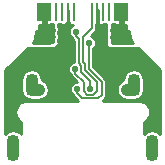
<source format=gbl>
G04 #@! TF.FileFunction,Copper,L2,Bot,Signal*
%FSLAX45Y45*%
G04 Gerber Fmt 4.5, Leading zero omitted, Abs format (unit mm)*
G04 Created by KiCad (PCBNEW (2015-06-14 BZR 5747, Git dc9ebf3)-product) date 7/9/2015 01:47:13*
%MOMM*%
G01*
G04 APERTURE LIST*
%ADD10C,0.254000*%
%ADD11R,0.250000X1.500000*%
%ADD12R,1.250000X1.500000*%
%ADD13O,1.100000X1.900000*%
%ADD14O,1.100000X2.250000*%
%ADD15O,1.550000X1.100000*%
%ADD16C,0.558800*%
%ADD17C,0.152400*%
%ADD18C,0.203200*%
G04 APERTURE END LIST*
D10*
D11*
X7845000Y-8078000D03*
X7795000Y-8078000D03*
X7745000Y-8078000D03*
X7695000Y-8078000D03*
X7545000Y-8078000D03*
X7495000Y-8078000D03*
X7445000Y-8078000D03*
X7395000Y-8078000D03*
D12*
X7945000Y-8078000D03*
X7295000Y-8078000D03*
D13*
X7188000Y-8693000D03*
D14*
X8207500Y-9225500D03*
X7032500Y-9225500D03*
D13*
X8052000Y-8693000D03*
D15*
X7220500Y-8733000D03*
X8019500Y-8733000D03*
D16*
X7670000Y-8338000D03*
X7574094Y-8725986D03*
X7358880Y-8318000D03*
X7300000Y-8198000D03*
X7300000Y-8258000D03*
X7240000Y-8258000D03*
X7240000Y-8318000D03*
X7300000Y-8318000D03*
X7358880Y-8258000D03*
X7358880Y-8198000D03*
X8000000Y-8318000D03*
X8000000Y-8258000D03*
X7940000Y-8198000D03*
X7940000Y-8258000D03*
X7940000Y-8318000D03*
X7881120Y-8318000D03*
X7881120Y-8258000D03*
X7881120Y-8198000D03*
X7810000Y-8318000D03*
X7722442Y-8508680D03*
X7505964Y-8509527D03*
X7750000Y-8317774D03*
X7430000Y-8198000D03*
X7430000Y-8258000D03*
X7430000Y-8318000D03*
X7490000Y-8318000D03*
X7490000Y-8258000D03*
X7490000Y-8198000D03*
X7750000Y-8258000D03*
X7810000Y-8258000D03*
X7810000Y-8198000D03*
X7750000Y-8198000D03*
X7467600Y-8554820D03*
X7404100Y-8554820D03*
X7435850Y-8509000D03*
X7753350Y-8554820D03*
X7816850Y-8554820D03*
X7848600Y-8509000D03*
X7785100Y-8509000D03*
X7492176Y-8723724D03*
X7558236Y-8558000D03*
X7567299Y-8241698D03*
X7683300Y-8724565D03*
D17*
X7670000Y-8558000D02*
X7670000Y-8338000D01*
X7780000Y-8668000D02*
X7670000Y-8558000D01*
X7780000Y-8778000D02*
X7780000Y-8668000D01*
X7750000Y-8808000D02*
X7780000Y-8778000D01*
X7616595Y-8808000D02*
X7750000Y-8808000D01*
X7574094Y-8725986D02*
X7574094Y-8765499D01*
X7574094Y-8765499D02*
X7616595Y-8808000D01*
D18*
X7300000Y-8258000D02*
X7300000Y-8198000D01*
X7240000Y-8318000D02*
X7240000Y-8258000D01*
X7358880Y-8318000D02*
X7300000Y-8318000D01*
X7358880Y-8198000D02*
X7358880Y-8258000D01*
X8000000Y-8258000D02*
X8000000Y-8318000D01*
X7940000Y-8258000D02*
X7940000Y-8198000D01*
X7881120Y-8318000D02*
X7940000Y-8318000D01*
X7881120Y-8198000D02*
X7881120Y-8258000D01*
X7784780Y-8508680D02*
X7785100Y-8509000D01*
X7722442Y-8508680D02*
X7784780Y-8508680D01*
X7810000Y-8314658D02*
X7750000Y-8314658D01*
X7430000Y-8258000D02*
X7430000Y-8198000D01*
X7490000Y-8318000D02*
X7430000Y-8318000D01*
X7490000Y-8198000D02*
X7490000Y-8258000D01*
X7810000Y-8258000D02*
X7750000Y-8258000D01*
X7750000Y-8198000D02*
X7810000Y-8198000D01*
X7497237Y-8508680D02*
X7436170Y-8508680D01*
X7436170Y-8508680D02*
X7435850Y-8509000D01*
X7848600Y-8509000D02*
X7848600Y-8523070D01*
X7848600Y-8523070D02*
X7816850Y-8554820D01*
D17*
X7558236Y-8597513D02*
X7558236Y-8558000D01*
X7632500Y-8671777D02*
X7558236Y-8597513D01*
X7618639Y-8496639D02*
X7639519Y-8517519D01*
X7707684Y-8775365D02*
X7658916Y-8775365D01*
X7740000Y-8743049D02*
X7707684Y-8775365D01*
X7639519Y-8517519D02*
X7639519Y-8570626D01*
X7639519Y-8570626D02*
X7740000Y-8671107D01*
X7618639Y-8289444D02*
X7618639Y-8496639D01*
X7740000Y-8671107D02*
X7740000Y-8743049D01*
X7695000Y-8213084D02*
X7618639Y-8289444D01*
X7632500Y-8748949D02*
X7632500Y-8671777D01*
X7695000Y-8078000D02*
X7695000Y-8213084D01*
X7658916Y-8775365D02*
X7632500Y-8748949D01*
X7567299Y-8241698D02*
X7567299Y-8281211D01*
X7609038Y-8530145D02*
X7588158Y-8509265D01*
X7567299Y-8281211D02*
X7588158Y-8302070D01*
X7588158Y-8302070D02*
X7588158Y-8509265D01*
X7609038Y-8583251D02*
X7609038Y-8530145D01*
X7683300Y-8657513D02*
X7609038Y-8583251D01*
X7683300Y-8724565D02*
X7683300Y-8657513D01*
D10*
G36*
X7498833Y-8153000D02*
X7498833Y-8153000D01*
X7501250Y-8165457D01*
X7501250Y-8177765D01*
X7509505Y-8186020D01*
X7514068Y-8186020D01*
X7519242Y-8183877D01*
X7519519Y-8184064D01*
X7532500Y-8186667D01*
X7540851Y-8186667D01*
X7532813Y-8189988D01*
X7515650Y-8207121D01*
X7506350Y-8229519D01*
X7506329Y-8253770D01*
X7515590Y-8276184D01*
X7528165Y-8288781D01*
X7529753Y-8296763D01*
X7535876Y-8305927D01*
X7538563Y-8309948D01*
X7547518Y-8318903D01*
X7547518Y-8497031D01*
X7546163Y-8497029D01*
X7523750Y-8506291D01*
X7506587Y-8523424D01*
X7497287Y-8545821D01*
X7497265Y-8570073D01*
X7506526Y-8592486D01*
X7519102Y-8605083D01*
X7520689Y-8613065D01*
X7529499Y-8626250D01*
X7568270Y-8665021D01*
X7562021Y-8665015D01*
X7539608Y-8674276D01*
X7522444Y-8691410D01*
X7513144Y-8713807D01*
X7513123Y-8738058D01*
X7522384Y-8760472D01*
X7534960Y-8773069D01*
X7536547Y-8781051D01*
X7540185Y-8786496D01*
X7545357Y-8794236D01*
X7578401Y-8827280D01*
X7145000Y-8827280D01*
X7140583Y-8828159D01*
X7136081Y-8828159D01*
X7116946Y-8831965D01*
X7116946Y-8831965D01*
X7109653Y-8834985D01*
X7100465Y-8838791D01*
X7100465Y-8838791D01*
X7100465Y-8838791D01*
X7084244Y-8849630D01*
X7077937Y-8855937D01*
X7071630Y-8862244D01*
X7060791Y-8878465D01*
X7060791Y-8878465D01*
X7060791Y-8878465D01*
X7053964Y-8894946D01*
X7053964Y-8894946D01*
X7050158Y-8914080D01*
X7050158Y-8931920D01*
X7053964Y-8951054D01*
X7053964Y-8951054D01*
X7057784Y-8960275D01*
X7060791Y-8967535D01*
X7060791Y-8967535D01*
X7071630Y-8983756D01*
X7077937Y-8990063D01*
X7084244Y-8996370D01*
X7099280Y-9006417D01*
X7099280Y-9109705D01*
X7094739Y-9102910D01*
X7066184Y-9083829D01*
X7032500Y-9077129D01*
X6998816Y-9083829D01*
X6970260Y-9102910D01*
X6965720Y-9109705D01*
X6965720Y-8566938D01*
X6970186Y-8562472D01*
X7188000Y-8562472D01*
X7154316Y-8569172D01*
X7125760Y-8588252D01*
X7106680Y-8616808D01*
X7099980Y-8650492D01*
X7099980Y-8735508D01*
X7106680Y-8769192D01*
X7125760Y-8797748D01*
X7154316Y-8816828D01*
X7188000Y-8823528D01*
X7200609Y-8821020D01*
X7245165Y-8821020D01*
X7278849Y-8814320D01*
X7307405Y-8795240D01*
X7326485Y-8766684D01*
X7333185Y-8733000D01*
X7326485Y-8699316D01*
X7307405Y-8670761D01*
X7278849Y-8651680D01*
X7276020Y-8651117D01*
X7276020Y-8650492D01*
X7269320Y-8616808D01*
X7250239Y-8588252D01*
X7221684Y-8569172D01*
X7188000Y-8562472D01*
X6970186Y-8562472D01*
X7155438Y-8377220D01*
X7157364Y-8378506D01*
X7170000Y-8381020D01*
X7340000Y-8381020D01*
X7350393Y-8378953D01*
X7370952Y-8378971D01*
X7393366Y-8369709D01*
X7410529Y-8352576D01*
X7419829Y-8330179D01*
X7419845Y-8311626D01*
X7420506Y-8310636D01*
X7423020Y-8298000D01*
X7423020Y-8298000D01*
X7423020Y-8297999D01*
X7423020Y-8184766D01*
X7432500Y-8186667D01*
X7457500Y-8186667D01*
X7470090Y-8184224D01*
X7470673Y-8183842D01*
X7475932Y-8186020D01*
X7480495Y-8186020D01*
X7488750Y-8177765D01*
X7488750Y-8165052D01*
X7491167Y-8153000D01*
X7491167Y-8063300D01*
X7498833Y-8063300D01*
X7498833Y-8153000D01*
X7498833Y-8153000D01*
G37*
X7498833Y-8153000D02*
X7498833Y-8153000D01*
X7501250Y-8165457D01*
X7501250Y-8177765D01*
X7509505Y-8186020D01*
X7514068Y-8186020D01*
X7519242Y-8183877D01*
X7519519Y-8184064D01*
X7532500Y-8186667D01*
X7540851Y-8186667D01*
X7532813Y-8189988D01*
X7515650Y-8207121D01*
X7506350Y-8229519D01*
X7506329Y-8253770D01*
X7515590Y-8276184D01*
X7528165Y-8288781D01*
X7529753Y-8296763D01*
X7535876Y-8305927D01*
X7538563Y-8309948D01*
X7547518Y-8318903D01*
X7547518Y-8497031D01*
X7546163Y-8497029D01*
X7523750Y-8506291D01*
X7506587Y-8523424D01*
X7497287Y-8545821D01*
X7497265Y-8570073D01*
X7506526Y-8592486D01*
X7519102Y-8605083D01*
X7520689Y-8613065D01*
X7529499Y-8626250D01*
X7568270Y-8665021D01*
X7562021Y-8665015D01*
X7539608Y-8674276D01*
X7522444Y-8691410D01*
X7513144Y-8713807D01*
X7513123Y-8738058D01*
X7522384Y-8760472D01*
X7534960Y-8773069D01*
X7536547Y-8781051D01*
X7540185Y-8786496D01*
X7545357Y-8794236D01*
X7578401Y-8827280D01*
X7145000Y-8827280D01*
X7140583Y-8828159D01*
X7136081Y-8828159D01*
X7116946Y-8831965D01*
X7116946Y-8831965D01*
X7109653Y-8834985D01*
X7100465Y-8838791D01*
X7100465Y-8838791D01*
X7100465Y-8838791D01*
X7084244Y-8849630D01*
X7077937Y-8855937D01*
X7071630Y-8862244D01*
X7060791Y-8878465D01*
X7060791Y-8878465D01*
X7060791Y-8878465D01*
X7053964Y-8894946D01*
X7053964Y-8894946D01*
X7050158Y-8914080D01*
X7050158Y-8931920D01*
X7053964Y-8951054D01*
X7053964Y-8951054D01*
X7057784Y-8960275D01*
X7060791Y-8967535D01*
X7060791Y-8967535D01*
X7071630Y-8983756D01*
X7077937Y-8990063D01*
X7084244Y-8996370D01*
X7099280Y-9006417D01*
X7099280Y-9109705D01*
X7094739Y-9102910D01*
X7066184Y-9083829D01*
X7032500Y-9077129D01*
X6998816Y-9083829D01*
X6970260Y-9102910D01*
X6965720Y-9109705D01*
X6965720Y-8566938D01*
X6970186Y-8562472D01*
X7188000Y-8562472D01*
X7154316Y-8569172D01*
X7125760Y-8588252D01*
X7106680Y-8616808D01*
X7099980Y-8650492D01*
X7099980Y-8735508D01*
X7106680Y-8769192D01*
X7125760Y-8797748D01*
X7154316Y-8816828D01*
X7188000Y-8823528D01*
X7200609Y-8821020D01*
X7245165Y-8821020D01*
X7278849Y-8814320D01*
X7307405Y-8795240D01*
X7326485Y-8766684D01*
X7333185Y-8733000D01*
X7326485Y-8699316D01*
X7307405Y-8670761D01*
X7278849Y-8651680D01*
X7276020Y-8651117D01*
X7276020Y-8650492D01*
X7269320Y-8616808D01*
X7250239Y-8588252D01*
X7221684Y-8569172D01*
X7188000Y-8562472D01*
X6970186Y-8562472D01*
X7155438Y-8377220D01*
X7157364Y-8378506D01*
X7170000Y-8381020D01*
X7340000Y-8381020D01*
X7350393Y-8378953D01*
X7370952Y-8378971D01*
X7393366Y-8369709D01*
X7410529Y-8352576D01*
X7419829Y-8330179D01*
X7419845Y-8311626D01*
X7420506Y-8310636D01*
X7423020Y-8298000D01*
X7423020Y-8298000D01*
X7423020Y-8297999D01*
X7423020Y-8184766D01*
X7432500Y-8186667D01*
X7457500Y-8186667D01*
X7470090Y-8184224D01*
X7470673Y-8183842D01*
X7475932Y-8186020D01*
X7480495Y-8186020D01*
X7488750Y-8177765D01*
X7488750Y-8165052D01*
X7491167Y-8153000D01*
X7491167Y-8063300D01*
X7498833Y-8063300D01*
X7498833Y-8153000D01*
G36*
X7748833Y-8153000D02*
X7748833Y-8153000D01*
X7751250Y-8165457D01*
X7751250Y-8177765D01*
X7759505Y-8186020D01*
X7764068Y-8186020D01*
X7769242Y-8183877D01*
X7769519Y-8184064D01*
X7782500Y-8186667D01*
X7807500Y-8186667D01*
X7816980Y-8184828D01*
X7816980Y-8348000D01*
X7819493Y-8360636D01*
X7826651Y-8371349D01*
X7837364Y-8378506D01*
X7850000Y-8381020D01*
X8070000Y-8381020D01*
X8082636Y-8378506D01*
X8084562Y-8377220D01*
X8274280Y-8566938D01*
X8274280Y-9109705D01*
X8269739Y-9102910D01*
X8241184Y-9083829D01*
X8207500Y-9077129D01*
X8173816Y-9083829D01*
X8145260Y-9102910D01*
X8140720Y-9109705D01*
X8140720Y-9006417D01*
X8155756Y-8996370D01*
X8162063Y-8990063D01*
X8168370Y-8983756D01*
X8179209Y-8967535D01*
X8179209Y-8967535D01*
X8179209Y-8967535D01*
X8184192Y-8955504D01*
X8186035Y-8951054D01*
X8186035Y-8951054D01*
X8189841Y-8931919D01*
X8189841Y-8914080D01*
X8189841Y-8914080D01*
X8186035Y-8894946D01*
X8186035Y-8894946D01*
X8180640Y-8881920D01*
X8179209Y-8878465D01*
X8179209Y-8878465D01*
X8179209Y-8878465D01*
X8168370Y-8862244D01*
X8162063Y-8855937D01*
X8155756Y-8849630D01*
X8139535Y-8838791D01*
X8139535Y-8838791D01*
X8130347Y-8834985D01*
X8123054Y-8831965D01*
X8123054Y-8831965D01*
X8103919Y-8828159D01*
X8099417Y-8828159D01*
X8095000Y-8827280D01*
X7788194Y-8827280D01*
X7808737Y-8806737D01*
X7817546Y-8793552D01*
X7820640Y-8778000D01*
X7820640Y-8668000D01*
X7817546Y-8652448D01*
X7808737Y-8639263D01*
X7731945Y-8562472D01*
X8052000Y-8562472D01*
X8018316Y-8569172D01*
X7989760Y-8588252D01*
X7970680Y-8616808D01*
X7963980Y-8650492D01*
X7963980Y-8651117D01*
X7961151Y-8651680D01*
X7932595Y-8670761D01*
X7913515Y-8699316D01*
X7906815Y-8733000D01*
X7913515Y-8766684D01*
X7932595Y-8795240D01*
X7961151Y-8814320D01*
X7994835Y-8821020D01*
X8039391Y-8821020D01*
X8052000Y-8823528D01*
X8085684Y-8816828D01*
X8114239Y-8797748D01*
X8133320Y-8769192D01*
X8140020Y-8735508D01*
X8140020Y-8650492D01*
X8133320Y-8616808D01*
X8114239Y-8588252D01*
X8085684Y-8569172D01*
X8052000Y-8562472D01*
X7731945Y-8562472D01*
X7710640Y-8541166D01*
X7710640Y-8383566D01*
X7721649Y-8372576D01*
X7730949Y-8350179D01*
X7730971Y-8325927D01*
X7721709Y-8303514D01*
X7704576Y-8286351D01*
X7686650Y-8278907D01*
X7723737Y-8241820D01*
X7729724Y-8232860D01*
X7732546Y-8228636D01*
X7735640Y-8213084D01*
X7735640Y-8180875D01*
X7738750Y-8177765D01*
X7738750Y-8165052D01*
X7741167Y-8153000D01*
X7741167Y-8063300D01*
X7748833Y-8063300D01*
X7748833Y-8153000D01*
X7748833Y-8153000D01*
G37*
X7748833Y-8153000D02*
X7748833Y-8153000D01*
X7751250Y-8165457D01*
X7751250Y-8177765D01*
X7759505Y-8186020D01*
X7764068Y-8186020D01*
X7769242Y-8183877D01*
X7769519Y-8184064D01*
X7782500Y-8186667D01*
X7807500Y-8186667D01*
X7816980Y-8184828D01*
X7816980Y-8348000D01*
X7819493Y-8360636D01*
X7826651Y-8371349D01*
X7837364Y-8378506D01*
X7850000Y-8381020D01*
X8070000Y-8381020D01*
X8082636Y-8378506D01*
X8084562Y-8377220D01*
X8274280Y-8566938D01*
X8274280Y-9109705D01*
X8269739Y-9102910D01*
X8241184Y-9083829D01*
X8207500Y-9077129D01*
X8173816Y-9083829D01*
X8145260Y-9102910D01*
X8140720Y-9109705D01*
X8140720Y-9006417D01*
X8155756Y-8996370D01*
X8162063Y-8990063D01*
X8168370Y-8983756D01*
X8179209Y-8967535D01*
X8179209Y-8967535D01*
X8179209Y-8967535D01*
X8184192Y-8955504D01*
X8186035Y-8951054D01*
X8186035Y-8951054D01*
X8189841Y-8931919D01*
X8189841Y-8914080D01*
X8189841Y-8914080D01*
X8186035Y-8894946D01*
X8186035Y-8894946D01*
X8180640Y-8881920D01*
X8179209Y-8878465D01*
X8179209Y-8878465D01*
X8179209Y-8878465D01*
X8168370Y-8862244D01*
X8162063Y-8855937D01*
X8155756Y-8849630D01*
X8139535Y-8838791D01*
X8139535Y-8838791D01*
X8130347Y-8834985D01*
X8123054Y-8831965D01*
X8123054Y-8831965D01*
X8103919Y-8828159D01*
X8099417Y-8828159D01*
X8095000Y-8827280D01*
X7788194Y-8827280D01*
X7808737Y-8806737D01*
X7817546Y-8793552D01*
X7820640Y-8778000D01*
X7820640Y-8668000D01*
X7817546Y-8652448D01*
X7808737Y-8639263D01*
X7731945Y-8562472D01*
X8052000Y-8562472D01*
X8018316Y-8569172D01*
X7989760Y-8588252D01*
X7970680Y-8616808D01*
X7963980Y-8650492D01*
X7963980Y-8651117D01*
X7961151Y-8651680D01*
X7932595Y-8670761D01*
X7913515Y-8699316D01*
X7906815Y-8733000D01*
X7913515Y-8766684D01*
X7932595Y-8795240D01*
X7961151Y-8814320D01*
X7994835Y-8821020D01*
X8039391Y-8821020D01*
X8052000Y-8823528D01*
X8085684Y-8816828D01*
X8114239Y-8797748D01*
X8133320Y-8769192D01*
X8140020Y-8735508D01*
X8140020Y-8650492D01*
X8133320Y-8616808D01*
X8114239Y-8588252D01*
X8085684Y-8569172D01*
X8052000Y-8562472D01*
X7731945Y-8562472D01*
X7710640Y-8541166D01*
X7710640Y-8383566D01*
X7721649Y-8372576D01*
X7730949Y-8350179D01*
X7730971Y-8325927D01*
X7721709Y-8303514D01*
X7704576Y-8286351D01*
X7686650Y-8278907D01*
X7723737Y-8241820D01*
X7729724Y-8232860D01*
X7732546Y-8228636D01*
X7735640Y-8213084D01*
X7735640Y-8180875D01*
X7738750Y-8177765D01*
X7738750Y-8165052D01*
X7741167Y-8153000D01*
X7741167Y-8063300D01*
X7748833Y-8063300D01*
X7748833Y-8153000D01*
G36*
X7307700Y-8065300D02*
X7309700Y-8065300D01*
X7309700Y-8090700D01*
X7307700Y-8090700D01*
X7307700Y-8177765D01*
X7315955Y-8186020D01*
X7364068Y-8186020D01*
X7366376Y-8185064D01*
X7366920Y-8185321D01*
X7369051Y-8185853D01*
X7369029Y-8210072D01*
X7376444Y-8228016D01*
X7369051Y-8245821D01*
X7369029Y-8270072D01*
X7376444Y-8288016D01*
X7372482Y-8297557D01*
X7334739Y-8335300D01*
X7197358Y-8335300D01*
X7202329Y-8330329D01*
X7212240Y-8315496D01*
X7215720Y-8298000D01*
X7215720Y-8267085D01*
X7224996Y-8265240D01*
X7239829Y-8255329D01*
X7249740Y-8240496D01*
X7253220Y-8223000D01*
X7253220Y-8186020D01*
X7274045Y-8186020D01*
X7282300Y-8177765D01*
X7282300Y-8090700D01*
X7280300Y-8090700D01*
X7280300Y-8065300D01*
X7282300Y-8065300D01*
X7282300Y-8063300D01*
X7307700Y-8063300D01*
X7307700Y-8065300D01*
X7307700Y-8065300D01*
G37*
X7307700Y-8065300D02*
X7309700Y-8065300D01*
X7309700Y-8090700D01*
X7307700Y-8090700D01*
X7307700Y-8177765D01*
X7315955Y-8186020D01*
X7364068Y-8186020D01*
X7366376Y-8185064D01*
X7366920Y-8185321D01*
X7369051Y-8185853D01*
X7369029Y-8210072D01*
X7376444Y-8228016D01*
X7369051Y-8245821D01*
X7369029Y-8270072D01*
X7376444Y-8288016D01*
X7372482Y-8297557D01*
X7334739Y-8335300D01*
X7197358Y-8335300D01*
X7202329Y-8330329D01*
X7212240Y-8315496D01*
X7215720Y-8298000D01*
X7215720Y-8267085D01*
X7224996Y-8265240D01*
X7239829Y-8255329D01*
X7249740Y-8240496D01*
X7253220Y-8223000D01*
X7253220Y-8186020D01*
X7274045Y-8186020D01*
X7282300Y-8177765D01*
X7282300Y-8090700D01*
X7280300Y-8090700D01*
X7280300Y-8065300D01*
X7282300Y-8065300D01*
X7282300Y-8063300D01*
X7307700Y-8063300D01*
X7307700Y-8065300D01*
G36*
X7957700Y-8065300D02*
X7959700Y-8065300D01*
X7959700Y-8090700D01*
X7957700Y-8090700D01*
X7957700Y-8177765D01*
X7965955Y-8186020D01*
X7986780Y-8186020D01*
X7986780Y-8223000D01*
X7990260Y-8240496D01*
X8000171Y-8255329D01*
X8015004Y-8265240D01*
X8024280Y-8267085D01*
X8024280Y-8298000D01*
X8027760Y-8315496D01*
X8037671Y-8330329D01*
X8042642Y-8335300D01*
X7868823Y-8335300D01*
X7870949Y-8330179D01*
X7870971Y-8305927D01*
X7863556Y-8287984D01*
X7870949Y-8270179D01*
X7870971Y-8245927D01*
X7863556Y-8227984D01*
X7870949Y-8210179D01*
X7870971Y-8185927D01*
X7870941Y-8185856D01*
X7873080Y-8185321D01*
X7873624Y-8185064D01*
X7875932Y-8186020D01*
X7924045Y-8186020D01*
X7932300Y-8177765D01*
X7932300Y-8090700D01*
X7930300Y-8090700D01*
X7930300Y-8065300D01*
X7932300Y-8065300D01*
X7932300Y-8063300D01*
X7957700Y-8063300D01*
X7957700Y-8065300D01*
X7957700Y-8065300D01*
G37*
X7957700Y-8065300D02*
X7959700Y-8065300D01*
X7959700Y-8090700D01*
X7957700Y-8090700D01*
X7957700Y-8177765D01*
X7965955Y-8186020D01*
X7986780Y-8186020D01*
X7986780Y-8223000D01*
X7990260Y-8240496D01*
X8000171Y-8255329D01*
X8015004Y-8265240D01*
X8024280Y-8267085D01*
X8024280Y-8298000D01*
X8027760Y-8315496D01*
X8037671Y-8330329D01*
X8042642Y-8335300D01*
X7868823Y-8335300D01*
X7870949Y-8330179D01*
X7870971Y-8305927D01*
X7863556Y-8287984D01*
X7870949Y-8270179D01*
X7870971Y-8245927D01*
X7863556Y-8227984D01*
X7870949Y-8210179D01*
X7870971Y-8185927D01*
X7870941Y-8185856D01*
X7873080Y-8185321D01*
X7873624Y-8185064D01*
X7875932Y-8186020D01*
X7924045Y-8186020D01*
X7932300Y-8177765D01*
X7932300Y-8090700D01*
X7930300Y-8090700D01*
X7930300Y-8065300D01*
X7932300Y-8065300D01*
X7932300Y-8063300D01*
X7957700Y-8063300D01*
X7957700Y-8065300D01*
M02*

</source>
